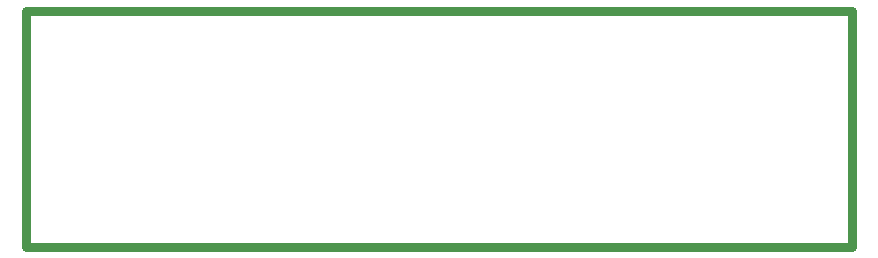
<source format=gko>
G04*
G04 #@! TF.GenerationSoftware,Altium Limited,Altium Designer,22.1.2 (22)*
G04*
G04 Layer_Color=16711935*
%FSLAX25Y25*%
%MOIN*%
G70*
G04*
G04 #@! TF.SameCoordinates,174BC2DA-B873-4BC2-8B21-C8E9C5FF9B9E*
G04*
G04*
G04 #@! TF.FilePolarity,Positive*
G04*
G01*
G75*
%ADD77C,0.03150*%
D77*
X0Y0D02*
Y78810D01*
X275590D01*
X0Y0D02*
X275600D01*
X275590D02*
Y78810D01*
M02*

</source>
